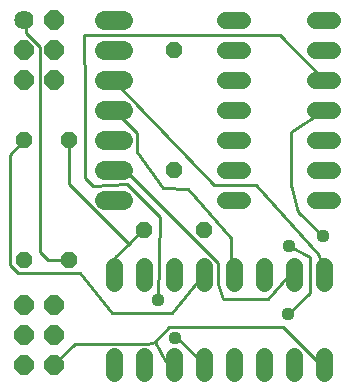
<source format=gbl>
G75*
%MOIN*%
%OFA0B0*%
%FSLAX25Y25*%
%IPPOS*%
%LPD*%
%AMOC8*
5,1,8,0,0,1.08239X$1,22.5*
%
%ADD10OC8,0.05600*%
%ADD11C,0.05600*%
%ADD12OC8,0.06400*%
%ADD13C,0.06400*%
%ADD14C,0.06400*%
%ADD15C,0.01000*%
%ADD16C,0.04400*%
D10*
X0014500Y0046800D03*
X0029500Y0046800D03*
X0054500Y0056800D03*
X0064500Y0076800D03*
X0074500Y0056800D03*
X0029500Y0086800D03*
X0014500Y0086800D03*
X0064500Y0116800D03*
D11*
X0081700Y0116800D02*
X0087300Y0116800D01*
X0087300Y0106800D02*
X0081700Y0106800D01*
X0081700Y0096800D02*
X0087300Y0096800D01*
X0087300Y0086800D02*
X0081700Y0086800D01*
X0081700Y0076800D02*
X0087300Y0076800D01*
X0087300Y0066800D02*
X0081700Y0066800D01*
X0084500Y0044600D02*
X0084500Y0039000D01*
X0074500Y0039000D02*
X0074500Y0044600D01*
X0064500Y0044600D02*
X0064500Y0039000D01*
X0054500Y0039000D02*
X0054500Y0044600D01*
X0044500Y0044600D02*
X0044500Y0039000D01*
X0044500Y0014600D02*
X0044500Y0009000D01*
X0054500Y0009000D02*
X0054500Y0014600D01*
X0064500Y0014600D02*
X0064500Y0009000D01*
X0074500Y0009000D02*
X0074500Y0014600D01*
X0084500Y0014600D02*
X0084500Y0009000D01*
X0094500Y0009000D02*
X0094500Y0014600D01*
X0104500Y0014600D02*
X0104500Y0009000D01*
X0114500Y0009000D02*
X0114500Y0014600D01*
X0114500Y0039000D02*
X0114500Y0044600D01*
X0104500Y0044600D02*
X0104500Y0039000D01*
X0094500Y0039000D02*
X0094500Y0044600D01*
X0111700Y0066800D02*
X0117300Y0066800D01*
X0117300Y0076800D02*
X0111700Y0076800D01*
X0111700Y0086800D02*
X0117300Y0086800D01*
X0117300Y0096800D02*
X0111700Y0096800D01*
X0111700Y0106800D02*
X0117300Y0106800D01*
X0117300Y0116800D02*
X0111700Y0116800D01*
X0111700Y0126800D02*
X0117300Y0126800D01*
X0087300Y0126800D02*
X0081700Y0126800D01*
D12*
X0014500Y0011800D03*
X0014500Y0021800D03*
X0014500Y0031800D03*
X0024500Y0031800D03*
X0024500Y0021800D03*
X0024500Y0011800D03*
X0024500Y0106800D03*
X0024500Y0116800D03*
X0024500Y0126800D03*
X0014500Y0116800D03*
X0014500Y0106800D03*
D13*
X0014500Y0126800D03*
D14*
X0041300Y0126800D02*
X0047700Y0126800D01*
X0047700Y0116800D02*
X0041300Y0116800D01*
X0041300Y0106800D02*
X0047700Y0106800D01*
X0047700Y0096800D02*
X0041300Y0096800D01*
X0041300Y0086800D02*
X0047700Y0086800D01*
X0047700Y0076800D02*
X0041300Y0076800D01*
X0041300Y0066800D02*
X0047700Y0066800D01*
D15*
X0049100Y0072000D02*
X0037600Y0071500D01*
X0034900Y0074200D01*
X0034900Y0102400D01*
X0034600Y0121600D01*
X0099800Y0121600D01*
X0114300Y0107100D01*
X0114500Y0106800D01*
X0114500Y0096800D02*
X0114300Y0096300D01*
X0103500Y0089500D01*
X0103500Y0071800D01*
X0105900Y0062900D01*
X0114400Y0054600D01*
X0112800Y0048400D02*
X0091800Y0071900D01*
X0077800Y0071900D01*
X0045000Y0106200D01*
X0044500Y0106800D01*
X0044500Y0096800D02*
X0052200Y0089100D01*
X0052200Y0082800D01*
X0061100Y0070900D01*
X0069300Y0070400D01*
X0083700Y0054000D01*
X0083700Y0042300D01*
X0084500Y0041800D01*
X0079200Y0038700D02*
X0079200Y0045900D01*
X0048600Y0076500D01*
X0045000Y0076500D01*
X0044500Y0076800D01*
X0049100Y0072000D02*
X0059900Y0061200D01*
X0059400Y0033500D01*
X0063900Y0029000D02*
X0044100Y0029000D01*
X0033300Y0042300D01*
X0012600Y0042300D01*
X0009900Y0045000D01*
X0009900Y0081900D01*
X0014400Y0086400D01*
X0014500Y0086800D01*
X0029500Y0086800D02*
X0029700Y0086400D01*
X0029700Y0072000D01*
X0049500Y0052200D01*
X0045000Y0047700D01*
X0045000Y0042300D01*
X0044500Y0041800D01*
X0049500Y0052200D02*
X0054000Y0056700D01*
X0054500Y0056800D01*
X0073800Y0041400D02*
X0074500Y0041800D01*
X0073800Y0041400D02*
X0063900Y0029000D01*
X0063000Y0024300D02*
X0058200Y0019500D01*
X0062100Y0012600D01*
X0063900Y0012600D01*
X0064500Y0011800D01*
X0058200Y0019500D02*
X0055800Y0018900D01*
X0031500Y0018900D01*
X0025200Y0012600D01*
X0024500Y0011800D01*
X0022500Y0046800D02*
X0029500Y0046800D01*
X0022500Y0046800D02*
X0019800Y0049500D01*
X0019800Y0117900D01*
X0015300Y0122400D01*
X0015300Y0126000D01*
X0014500Y0126800D01*
X0079200Y0038700D02*
X0080800Y0033600D01*
X0095800Y0033600D01*
X0102600Y0041400D01*
X0104400Y0041400D01*
X0104500Y0041800D01*
X0109900Y0035800D02*
X0109900Y0047900D01*
X0102900Y0051400D01*
X0112800Y0048400D02*
X0114300Y0042300D01*
X0114500Y0041800D01*
X0109900Y0035800D02*
X0102700Y0028600D01*
X0100800Y0024300D02*
X0063000Y0024300D01*
X0064800Y0020700D02*
X0065700Y0020700D01*
X0073800Y0012600D01*
X0074500Y0011800D01*
X0100800Y0024300D02*
X0112500Y0012600D01*
X0114300Y0012600D01*
X0114500Y0011800D01*
D16*
X0102700Y0028600D03*
X0102900Y0051400D03*
X0114400Y0054600D03*
X0064800Y0020700D03*
X0059400Y0033500D03*
M02*

</source>
